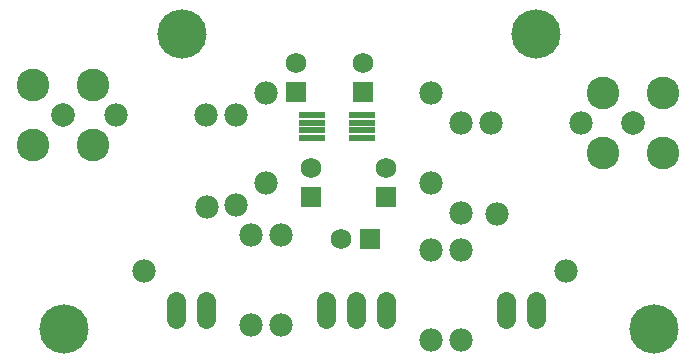
<source format=gts>
G75*
%MOIN*%
%OFA0B0*%
%FSLAX25Y25*%
%IPPOS*%
%LPD*%
%AMOC8*
5,1,8,0,0,1.08239X$1,22.5*
%
%ADD10R,0.06900X0.06900*%
%ADD11C,0.06900*%
%ADD12C,0.07800*%
%ADD13C,0.07900*%
%ADD14C,0.10900*%
%ADD15R,0.08600X0.02300*%
%ADD16C,0.06337*%
%ADD17C,0.16400*%
D10*
X0101600Y0059179D03*
X0121521Y0045350D03*
X0126600Y0059179D03*
X0119100Y0094179D03*
X0096600Y0094179D03*
D11*
X0096600Y0104021D03*
X0119100Y0104021D03*
X0126600Y0069021D03*
X0101600Y0069021D03*
X0111679Y0045350D03*
D12*
X0091600Y0046600D03*
X0081600Y0046600D03*
X0067207Y0055957D03*
X0076600Y0056600D03*
X0086600Y0064100D03*
X0076600Y0086600D03*
X0066600Y0086600D03*
X0086600Y0094100D03*
X0036600Y0086600D03*
X0045993Y0034743D03*
X0081600Y0016600D03*
X0091600Y0016600D03*
X0141600Y0011600D03*
X0151600Y0011600D03*
X0186857Y0034478D03*
X0163843Y0053722D03*
X0151600Y0054100D03*
X0141600Y0064100D03*
X0151600Y0084100D03*
X0161600Y0084100D03*
X0141600Y0094100D03*
X0191600Y0084100D03*
X0151600Y0041600D03*
X0141600Y0041600D03*
D13*
X0209100Y0084100D03*
X0019100Y0086600D03*
D14*
X0009061Y0076561D03*
X0029139Y0076561D03*
X0029139Y0096639D03*
X0009061Y0096639D03*
X0199061Y0094139D03*
X0219139Y0094139D03*
X0219139Y0074061D03*
X0199061Y0074061D03*
D15*
X0118600Y0079011D03*
X0118600Y0081570D03*
X0118600Y0084130D03*
X0118600Y0086689D03*
X0102100Y0086689D03*
X0102100Y0084130D03*
X0102100Y0081570D03*
X0102100Y0079011D03*
D16*
X0106600Y0024569D02*
X0106600Y0018631D01*
X0116600Y0018631D02*
X0116600Y0024569D01*
X0126600Y0024569D02*
X0126600Y0018631D01*
X0166600Y0018631D02*
X0166600Y0024569D01*
X0176600Y0024569D02*
X0176600Y0018631D01*
X0066600Y0018631D02*
X0066600Y0024569D01*
X0056600Y0024569D02*
X0056600Y0018631D01*
D17*
X0019317Y0015380D03*
X0058687Y0113805D03*
X0176797Y0113805D03*
X0216167Y0015380D03*
M02*

</source>
